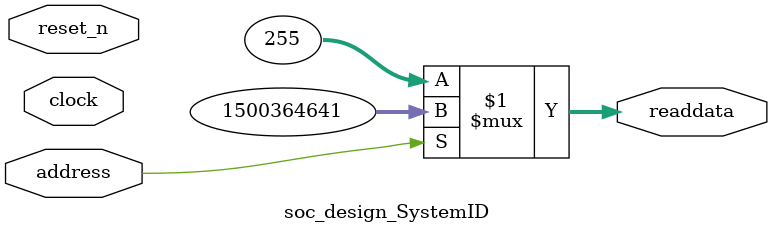
<source format=v>



// synthesis translate_off
`timescale 1ns / 1ps
// synthesis translate_on

// turn off superfluous verilog processor warnings 
// altera message_level Level1 
// altera message_off 10034 10035 10036 10037 10230 10240 10030 

module soc_design_SystemID (
               // inputs:
                address,
                clock,
                reset_n,

               // outputs:
                readdata
             )
;

  output  [ 31: 0] readdata;
  input            address;
  input            clock;
  input            reset_n;

  wire    [ 31: 0] readdata;
  //control_slave, which is an e_avalon_slave
  assign readdata = address ? 1500364641 : 255;

endmodule



</source>
